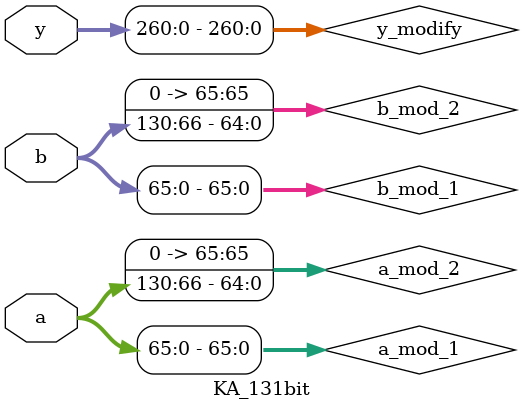
<source format=v>
`timescale 1ns / 1ps

module KA_131bit(
    a,
    b,
    y
    );

input [130:0] a;
input [130:0] b;

input [260:0] y;


wire [65:0] a_mod_1; //66
wire [65:0] b_mod_1; //66
wire [130:0] y_mod_1;  //131

wire [65:0] a_mod_2; //66
wire [65:0] b_mod_2; //66
wire [130:0] y_mod_2; //131

wire [65:0] a_mod_3; //66
wire [65:0] b_mod_3; //66
wire [130:0] y_mod_3; //131

wire [130:0] B1_out1, B1_out2, B1_out3;

wire [262:0] y_modify;


KA_66bit bit_mod_1 (.y(y_mod_1), .a(a_mod_1), .b(b_mod_1));
KA_66bit bit_mod_2 (.y(y_mod_2), .a(a_mod_2), .b(b_mod_2));
KA_66bit bit_mod_3 (.y(y_mod_3), .a(a_mod_3), .b(b_mod_3));

assign a_mod_1 = a[65:0], b_mod_1 = b[65:0];

assign a_mod_2 = {1'b0,a[130:66]}, b_mod_2 = {1'b0,b[130:66]};

assign a_mod_3 = a[65:0]^{1'b0,a[130:66]}, b_mod_3 = b[65:0]^{1'b0,b[130:66]};



assign B1_out1 = y_mod_1;

assign B1_out2 = y_mod_1 ^ y_mod_2 ^ y_mod_3 ;

assign B1_out3 = y_mod_2;


overlap_module_131bit ov_mod (
        .B2_in1(B1_out1),
        .B2_in2(B1_out2),
        .B2_in3(B1_out3),
        .B2_out(y_modify)
        );

assign y = y_modify[260:0];

endmodule
</source>
